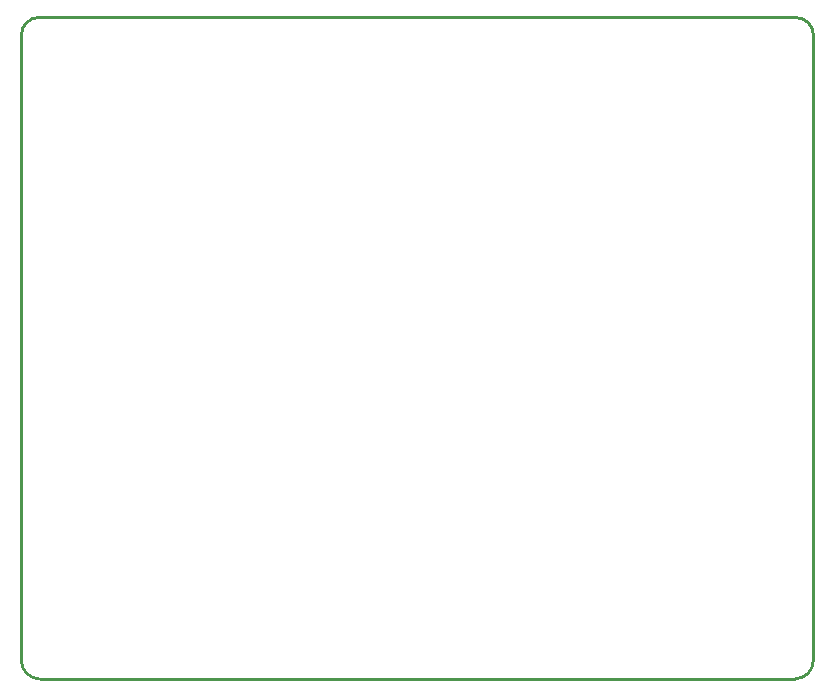
<source format=gm1>
G04*
G04 #@! TF.GenerationSoftware,Altium Limited,Altium Designer,23.5.1 (21)*
G04*
G04 Layer_Color=16711935*
%FSLAX25Y25*%
%MOIN*%
G70*
G04*
G04 #@! TF.SameCoordinates,759C71C3-0AE8-42CF-A238-0F2E4D7DB1F7*
G04*
G04*
G04 #@! TF.FilePolarity,Positive*
G04*
G01*
G75*
%ADD11C,0.01000*%
D11*
X17500Y21000D02*
G03*
X23614Y14886I6114J0D01*
G01*
X275386D02*
G03*
X281500Y21000I0J6114D01*
G01*
X281500Y229500D02*
G03*
X275642Y235358I-5858J-0D01*
G01*
X23358Y235358D02*
G03*
X17500Y229500I0J-5858D01*
G01*
X17500Y21000D01*
X23614Y14886D02*
X275386D01*
X281500Y229500D02*
X281500Y21000D01*
X23358Y235358D02*
X275642D01*
M02*

</source>
